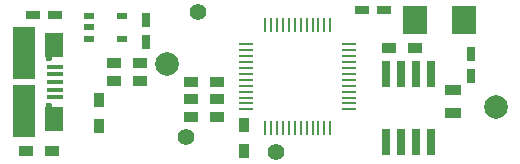
<source format=gbr>
G04 #@! TF.FileFunction,Soldermask,Top*
%FSLAX46Y46*%
G04 Gerber Fmt 4.6, Leading zero omitted, Abs format (unit mm)*
G04 Created by KiCad (PCBNEW 4.0.2-stable) date 17.08.2016 12:28:09*
%MOMM*%
G01*
G04 APERTURE LIST*
%ADD10C,0.100000*%
%ADD11C,1.900000*%
%ADD12C,0.600000*%
%ADD13R,1.350000X0.400000*%
%ADD14R,1.900000X1.800000*%
%ADD15R,1.600000X2.100000*%
%ADD16R,1.900000X2.700000*%
%ADD17C,2.000000*%
%ADD18R,0.800000X2.200000*%
%ADD19R,1.200000X0.750000*%
%ADD20R,0.750000X1.200000*%
%ADD21R,1.397000X0.889000*%
%ADD22R,1.200000X0.900000*%
%ADD23R,0.900000X1.200000*%
%ADD24R,0.900000X0.600000*%
%ADD25R,1.300000X0.250000*%
%ADD26R,0.250000X1.300000*%
%ADD27R,2.000000X2.400000*%
%ADD28C,1.397000*%
G04 APERTURE END LIST*
D10*
D11*
X32735520Y-38893000D03*
D12*
X34885520Y-38068000D03*
D13*
X35410520Y-34768000D03*
X35410520Y-35418000D03*
X35410520Y-36068000D03*
X35410520Y-36718000D03*
X35410520Y-37368000D03*
D14*
X32735520Y-32268000D03*
X32735520Y-39868000D03*
D15*
X35285520Y-32968000D03*
D16*
X32735520Y-34468000D03*
X32735520Y-37668000D03*
D15*
X35285520Y-39168000D03*
D11*
X32735520Y-33243000D03*
D12*
X34885520Y-34068000D03*
D17*
X72755760Y-38160960D03*
X44846240Y-34518600D03*
D18*
X63436500Y-41160500D03*
X64706500Y-41160500D03*
X65976500Y-41160500D03*
X67246500Y-41160500D03*
X67246500Y-35420500D03*
X65976500Y-35420500D03*
X64706500Y-35420500D03*
X63436500Y-35420500D03*
D19*
X63243500Y-29972000D03*
X61343500Y-29972000D03*
D20*
X70612000Y-33657500D03*
X70612000Y-35557500D03*
D19*
X35430500Y-30416500D03*
X33530500Y-30416500D03*
D20*
X43116500Y-30800000D03*
X43116500Y-32700000D03*
D21*
X69128640Y-36741100D03*
X69128640Y-38646100D03*
D22*
X63670000Y-33210500D03*
X65870000Y-33210500D03*
D23*
X51371500Y-39667000D03*
X51371500Y-41867000D03*
D22*
X46906000Y-36068000D03*
X49106000Y-36068000D03*
X46906000Y-37528500D03*
X49106000Y-37528500D03*
X49106000Y-38989000D03*
X46906000Y-38989000D03*
X40365500Y-34417000D03*
X42565500Y-34417000D03*
D23*
X39116000Y-37571500D03*
X39116000Y-39771500D03*
D22*
X40365500Y-36004500D03*
X42565500Y-36004500D03*
X35136000Y-41910000D03*
X32936000Y-41910000D03*
D24*
X41087500Y-32382500D03*
X38287500Y-31432500D03*
X41087500Y-30482500D03*
X38287500Y-32382500D03*
X38287500Y-30482500D03*
D25*
X60301120Y-38376040D03*
X60301120Y-37876040D03*
X60301120Y-37376040D03*
X60301120Y-36876040D03*
X60301120Y-36376040D03*
X60301120Y-35876040D03*
X60301120Y-35376040D03*
X60301120Y-34876040D03*
X60301120Y-34376040D03*
X60301120Y-33876040D03*
X60301120Y-33376040D03*
X60301120Y-32876040D03*
D26*
X58701120Y-31276040D03*
X58201120Y-31276040D03*
X57701120Y-31276040D03*
X57201120Y-31276040D03*
X56701120Y-31276040D03*
X56201120Y-31276040D03*
X55701120Y-31276040D03*
X55201120Y-31276040D03*
X54701120Y-31276040D03*
X54201120Y-31276040D03*
X53701120Y-31276040D03*
X53201120Y-31276040D03*
D25*
X51601120Y-32876040D03*
X51601120Y-33376040D03*
X51601120Y-33876040D03*
X51601120Y-34376040D03*
X51601120Y-34876040D03*
X51601120Y-35376040D03*
X51601120Y-35876040D03*
X51601120Y-36376040D03*
X51601120Y-36876040D03*
X51601120Y-37376040D03*
X51601120Y-37876040D03*
X51601120Y-38376040D03*
D26*
X53201120Y-39976040D03*
X53701120Y-39976040D03*
X54201120Y-39976040D03*
X54701120Y-39976040D03*
X55201120Y-39976040D03*
X55701120Y-39976040D03*
X56201120Y-39976040D03*
X56701120Y-39976040D03*
X57201120Y-39976040D03*
X57701120Y-39976040D03*
X58201120Y-39976040D03*
X58701120Y-39976040D03*
D27*
X65895000Y-30797500D03*
X69995000Y-30797500D03*
D28*
X46451520Y-40726360D03*
X54102000Y-41973500D03*
X47513240Y-30139640D03*
M02*

</source>
